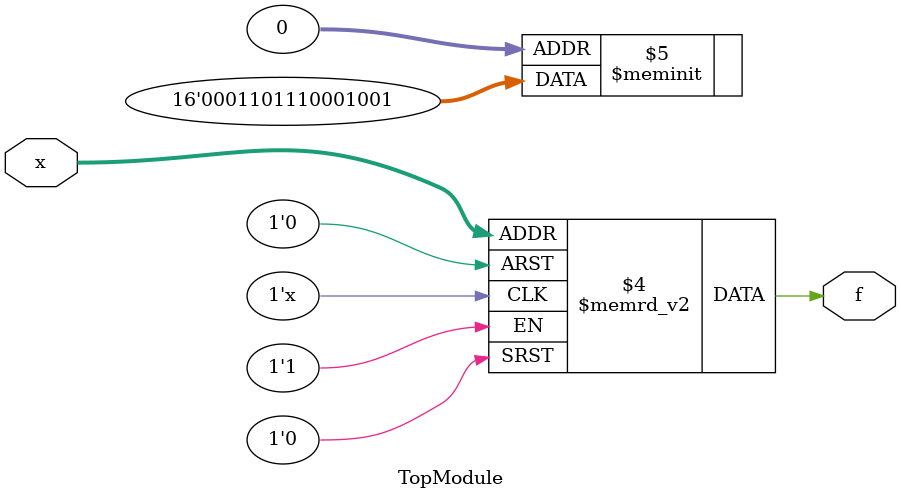
<source format=sv>
module TopModule (
    input logic [3:0] x,
    output logic f
);

always @(*) begin
    case (x)
        4'b0000: f = 1'b1; // 1
        4'b0001: f = 1'b0; // 0
        4'b0010: f = 1'b0; // 0
        4'b0011: f = 1'b1; // 1
        4'b0100: f = 1'b0; // 0
        4'b0101: f = 1'b0; // 0
        4'b0110: f = 1'b0; // 0
        4'b0111: f = 1'b1; // 1
        4'b1000: f = 1'b1; // 1
        4'b1001: f = 1'b1; // 1
        4'b1010: f = 1'b0; // 0
        4'b1011: f = 1'b1; // 1
        4'b1100: f = 1'b1; // 1
        4'b1101: f = 1'b0; // 0
        4'b1110: f = 1'b0; // 0
        4'b1111: f = 1'b0; // 0
        default: f = 1'b0; // Default case
    endcase
end

endmodule
</source>
